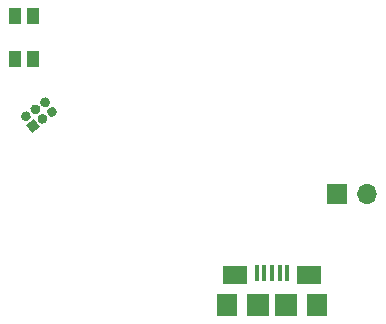
<source format=gbs>
G04 #@! TF.GenerationSoftware,KiCad,Pcbnew,(5.1.10)-1*
G04 #@! TF.CreationDate,2022-01-26T20:28:20-05:00*
G04 #@! TF.ProjectId,FestivalNecklace,46657374-6976-4616-9c4e-65636b6c6163,rev?*
G04 #@! TF.SameCoordinates,Original*
G04 #@! TF.FileFunction,Soldermask,Bot*
G04 #@! TF.FilePolarity,Negative*
%FSLAX46Y46*%
G04 Gerber Fmt 4.6, Leading zero omitted, Abs format (unit mm)*
G04 Created by KiCad (PCBNEW (5.1.10)-1) date 2022-01-26 20:28:20*
%MOMM*%
%LPD*%
G01*
G04 APERTURE LIST*
%ADD10O,1.700000X1.700000*%
%ADD11R,1.700000X1.700000*%
%ADD12R,1.050000X1.400000*%
%ADD13C,0.150000*%
%ADD14R,0.400000X1.350000*%
%ADD15R,2.100000X1.600000*%
%ADD16R,1.900000X1.900000*%
%ADD17R,1.800000X1.900000*%
G04 APERTURE END LIST*
D10*
X108040000Y-113250000D03*
D11*
X105500000Y-113250000D03*
D12*
X78275000Y-101800000D03*
X79725000Y-101800000D03*
X79725000Y-98200000D03*
X78275000Y-98200000D03*
G36*
G01*
X81030058Y-105859245D02*
X81030058Y-105859245D01*
G75*
G02*
X80436417Y-105765222I-249809J343832D01*
G01*
X80436417Y-105765222D01*
G75*
G02*
X80530440Y-105171581I343832J249809D01*
G01*
X80530440Y-105171581D01*
G75*
G02*
X81124081Y-105265604I249809J-343832D01*
G01*
X81124081Y-105265604D01*
G75*
G02*
X81030058Y-105859245I-343832J-249809D01*
G01*
G37*
G36*
G01*
X81617843Y-106668261D02*
X81617843Y-106668261D01*
G75*
G02*
X81024202Y-106574238I-249809J343832D01*
G01*
X81024202Y-106574238D01*
G75*
G02*
X81118225Y-105980597I343832J249809D01*
G01*
X81118225Y-105980597D01*
G75*
G02*
X81711866Y-106074620I249809J-343832D01*
G01*
X81711866Y-106074620D01*
G75*
G02*
X81617843Y-106668261I-343832J-249809D01*
G01*
G37*
G36*
G01*
X80221041Y-106447030D02*
X80221041Y-106447030D01*
G75*
G02*
X79627400Y-106353007I-249809J343832D01*
G01*
X79627400Y-106353007D01*
G75*
G02*
X79721423Y-105759366I343832J249809D01*
G01*
X79721423Y-105759366D01*
G75*
G02*
X80315064Y-105853389I249809J-343832D01*
G01*
X80315064Y-105853389D01*
G75*
G02*
X80221041Y-106447030I-343832J-249809D01*
G01*
G37*
G36*
G01*
X80808826Y-107256047D02*
X80808826Y-107256047D01*
G75*
G02*
X80215185Y-107162024I-249809J343832D01*
G01*
X80215185Y-107162024D01*
G75*
G02*
X80309208Y-106568383I343832J249809D01*
G01*
X80309208Y-106568383D01*
G75*
G02*
X80902849Y-106662406I249809J-343832D01*
G01*
X80902849Y-106662406D01*
G75*
G02*
X80808826Y-107256047I-343832J-249809D01*
G01*
G37*
G36*
G01*
X79412024Y-107034815D02*
X79412024Y-107034815D01*
G75*
G02*
X78818383Y-106940792I-249809J343832D01*
G01*
X78818383Y-106940792D01*
G75*
G02*
X78912406Y-106347151I343832J249809D01*
G01*
X78912406Y-106347151D01*
G75*
G02*
X79506047Y-106441174I249809J-343832D01*
G01*
X79506047Y-106441174D01*
G75*
G02*
X79412024Y-107034815I-343832J-249809D01*
G01*
G37*
D13*
G36*
X80343641Y-107594023D02*
G01*
X79655977Y-108093641D01*
X79156359Y-107405977D01*
X79844023Y-106906359D01*
X80343641Y-107594023D01*
G37*
D14*
X100000000Y-120000000D03*
X100650000Y-120000000D03*
X99350000Y-120000000D03*
X101300000Y-120000000D03*
X98700000Y-120000000D03*
D15*
X103100000Y-120125000D03*
X96900000Y-120125000D03*
D16*
X101200000Y-122675000D03*
X98800000Y-122675000D03*
D17*
X103800000Y-122675000D03*
X96200000Y-122675000D03*
M02*

</source>
